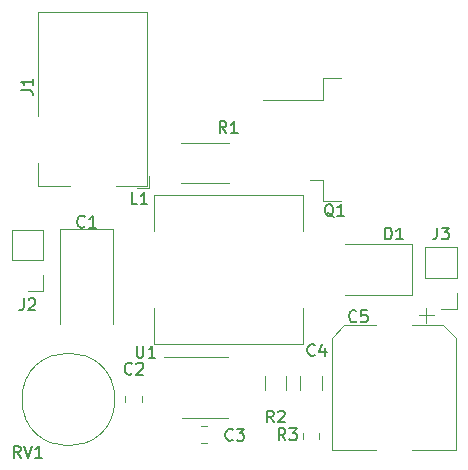
<source format=gbr>
%TF.GenerationSoftware,KiCad,Pcbnew,(5.1.5-131-g305ed0b65)-1*%
%TF.CreationDate,2020-04-20T23:46:23+08:00*%
%TF.ProjectId,NixieController,4e697869-6543-46f6-9e74-726f6c6c6572,rev?*%
%TF.SameCoordinates,Original*%
%TF.FileFunction,Legend,Top*%
%TF.FilePolarity,Positive*%
%FSLAX46Y46*%
G04 Gerber Fmt 4.6, Leading zero omitted, Abs format (unit mm)*
G04 Created by KiCad (PCBNEW (5.1.5-131-g305ed0b65)-1) date 2020-04-20 23:46:23*
%MOMM*%
%LPD*%
G01*
G04 APERTURE LIST*
%ADD10C,0.120000*%
%ADD11C,0.150000*%
G04 APERTURE END LIST*
D10*
%TO.C,C1*%
X68740000Y-56590000D02*
X68740000Y-64650000D01*
X73260000Y-56590000D02*
X68740000Y-56590000D01*
X73260000Y-64650000D02*
X73260000Y-56590000D01*
%TO.C,C2*%
X75710000Y-70741422D02*
X75710000Y-71258578D01*
X74290000Y-70741422D02*
X74290000Y-71258578D01*
%TO.C,C3*%
X81196078Y-73290000D02*
X80678922Y-73290000D01*
X81196078Y-74710000D02*
X80678922Y-74710000D01*
%TO.C,C4*%
X89090000Y-68997936D02*
X89090000Y-70202064D01*
X90910000Y-68997936D02*
X90910000Y-70202064D01*
%TO.C,C5*%
X100385000Y-63875000D02*
X99135000Y-63875000D01*
X99760000Y-63250000D02*
X99760000Y-64500000D01*
X92804437Y-64740000D02*
X91740000Y-65804437D01*
X101195563Y-64740000D02*
X102260000Y-65804437D01*
X101195563Y-64740000D02*
X98510000Y-64740000D01*
X92804437Y-64740000D02*
X95490000Y-64740000D01*
X91740000Y-65804437D02*
X91740000Y-75260000D01*
X102260000Y-65804437D02*
X102260000Y-75260000D01*
X102260000Y-75260000D02*
X98510000Y-75260000D01*
X91740000Y-75260000D02*
X95490000Y-75260000D01*
%TO.C,D1*%
X98550000Y-62150000D02*
X92850000Y-62150000D01*
X98550000Y-57850000D02*
X92850000Y-57850000D01*
X98550000Y-62150000D02*
X98550000Y-57850000D01*
%TO.C,J1*%
X76100000Y-52900000D02*
X73500000Y-52900000D01*
X76100000Y-38200000D02*
X76100000Y-52900000D01*
X66900000Y-52900000D02*
X66900000Y-51000000D01*
X69600000Y-52900000D02*
X66900000Y-52900000D01*
X66900000Y-38200000D02*
X76100000Y-38200000D01*
X66900000Y-47000000D02*
X66900000Y-38200000D01*
X76300000Y-52050000D02*
X76300000Y-53100000D01*
X75250000Y-53100000D02*
X76300000Y-53100000D01*
%TO.C,J2*%
X67330000Y-61830000D02*
X66000000Y-61830000D01*
X67330000Y-60500000D02*
X67330000Y-61830000D01*
X67330000Y-59230000D02*
X64670000Y-59230000D01*
X64670000Y-59230000D02*
X64670000Y-56630000D01*
X67330000Y-59230000D02*
X67330000Y-56630000D01*
X67330000Y-56630000D02*
X64670000Y-56630000D01*
%TO.C,J3*%
X102330000Y-58130000D02*
X99670000Y-58130000D01*
X102330000Y-60730000D02*
X102330000Y-58130000D01*
X99670000Y-60730000D02*
X99670000Y-58130000D01*
X102330000Y-60730000D02*
X99670000Y-60730000D01*
X102330000Y-62000000D02*
X102330000Y-63330000D01*
X102330000Y-63330000D02*
X101000000Y-63330000D01*
%TO.C,L1*%
X89300000Y-53700000D02*
X89300000Y-56700000D01*
X76700000Y-53700000D02*
X89300000Y-53700000D01*
X76700000Y-56700000D02*
X76700000Y-53700000D01*
X76700000Y-66300000D02*
X76700000Y-63300000D01*
X89300000Y-66300000D02*
X76700000Y-66300000D01*
X89300000Y-63300000D02*
X89300000Y-66300000D01*
%TO.C,Q1*%
X91050000Y-52390000D02*
X89950000Y-52390000D01*
X91050000Y-54200000D02*
X91050000Y-52390000D01*
X92550000Y-54200000D02*
X91050000Y-54200000D01*
X91050000Y-45610000D02*
X85925000Y-45610000D01*
X91050000Y-43800000D02*
X91050000Y-45610000D01*
X92550000Y-43800000D02*
X91050000Y-43800000D01*
%TO.C,R1*%
X83052064Y-49290000D02*
X78947936Y-49290000D01*
X83052064Y-52710000D02*
X78947936Y-52710000D01*
%TO.C,R2*%
X86090000Y-68997936D02*
X86090000Y-70202064D01*
X87910000Y-68997936D02*
X87910000Y-70202064D01*
%TO.C,R3*%
X89290000Y-73803922D02*
X89290000Y-74321078D01*
X90710000Y-73803922D02*
X90710000Y-74321078D01*
%TO.C,U1*%
X81000000Y-67440000D02*
X77550000Y-67440000D01*
X81000000Y-67440000D02*
X82950000Y-67440000D01*
X81000000Y-72560000D02*
X79050000Y-72560000D01*
X81000000Y-72560000D02*
X82950000Y-72560000D01*
%TO.C,RV1*%
X73390000Y-71000000D02*
G75*
G03*
X73390000Y-71000000I-3930000J0D01*
G01*
%TO.C,C1*%
D11*
X70833333Y-56357142D02*
X70785714Y-56404761D01*
X70642857Y-56452380D01*
X70547619Y-56452380D01*
X70404761Y-56404761D01*
X70309523Y-56309523D01*
X70261904Y-56214285D01*
X70214285Y-56023809D01*
X70214285Y-55880952D01*
X70261904Y-55690476D01*
X70309523Y-55595238D01*
X70404761Y-55500000D01*
X70547619Y-55452380D01*
X70642857Y-55452380D01*
X70785714Y-55500000D01*
X70833333Y-55547619D01*
X71785714Y-56452380D02*
X71214285Y-56452380D01*
X71500000Y-56452380D02*
X71500000Y-55452380D01*
X71404761Y-55595238D01*
X71309523Y-55690476D01*
X71214285Y-55738095D01*
%TO.C,C2*%
X74833333Y-68794642D02*
X74785714Y-68842261D01*
X74642857Y-68889880D01*
X74547619Y-68889880D01*
X74404761Y-68842261D01*
X74309523Y-68747023D01*
X74261904Y-68651785D01*
X74214285Y-68461309D01*
X74214285Y-68318452D01*
X74261904Y-68127976D01*
X74309523Y-68032738D01*
X74404761Y-67937500D01*
X74547619Y-67889880D01*
X74642857Y-67889880D01*
X74785714Y-67937500D01*
X74833333Y-67985119D01*
X75214285Y-67985119D02*
X75261904Y-67937500D01*
X75357142Y-67889880D01*
X75595238Y-67889880D01*
X75690476Y-67937500D01*
X75738095Y-67985119D01*
X75785714Y-68080357D01*
X75785714Y-68175595D01*
X75738095Y-68318452D01*
X75166666Y-68889880D01*
X75785714Y-68889880D01*
%TO.C,C3*%
X83367777Y-74398834D02*
X83320158Y-74446453D01*
X83177301Y-74494072D01*
X83082063Y-74494072D01*
X82939205Y-74446453D01*
X82843967Y-74351215D01*
X82796348Y-74255977D01*
X82748729Y-74065501D01*
X82748729Y-73922644D01*
X82796348Y-73732168D01*
X82843967Y-73636930D01*
X82939205Y-73541692D01*
X83082063Y-73494072D01*
X83177301Y-73494072D01*
X83320158Y-73541692D01*
X83367777Y-73589311D01*
X83701110Y-73494072D02*
X84320158Y-73494072D01*
X83986824Y-73875025D01*
X84129682Y-73875025D01*
X84224920Y-73922644D01*
X84272539Y-73970263D01*
X84320158Y-74065501D01*
X84320158Y-74303596D01*
X84272539Y-74398834D01*
X84224920Y-74446453D01*
X84129682Y-74494072D01*
X83843967Y-74494072D01*
X83748729Y-74446453D01*
X83701110Y-74398834D01*
%TO.C,C4*%
X90316347Y-67223302D02*
X90268728Y-67270921D01*
X90125871Y-67318540D01*
X90030633Y-67318540D01*
X89887775Y-67270921D01*
X89792537Y-67175683D01*
X89744918Y-67080445D01*
X89697299Y-66889969D01*
X89697299Y-66747112D01*
X89744918Y-66556636D01*
X89792537Y-66461398D01*
X89887775Y-66366160D01*
X90030633Y-66318540D01*
X90125871Y-66318540D01*
X90268728Y-66366160D01*
X90316347Y-66413779D01*
X91173490Y-66651874D02*
X91173490Y-67318540D01*
X90935394Y-66270921D02*
X90697299Y-66985207D01*
X91316347Y-66985207D01*
%TO.C,C5*%
X93833333Y-64357142D02*
X93785714Y-64404761D01*
X93642857Y-64452380D01*
X93547619Y-64452380D01*
X93404761Y-64404761D01*
X93309523Y-64309523D01*
X93261904Y-64214285D01*
X93214285Y-64023809D01*
X93214285Y-63880952D01*
X93261904Y-63690476D01*
X93309523Y-63595238D01*
X93404761Y-63500000D01*
X93547619Y-63452380D01*
X93642857Y-63452380D01*
X93785714Y-63500000D01*
X93833333Y-63547619D01*
X94738095Y-63452380D02*
X94261904Y-63452380D01*
X94214285Y-63928571D01*
X94261904Y-63880952D01*
X94357142Y-63833333D01*
X94595238Y-63833333D01*
X94690476Y-63880952D01*
X94738095Y-63928571D01*
X94785714Y-64023809D01*
X94785714Y-64261904D01*
X94738095Y-64357142D01*
X94690476Y-64404761D01*
X94595238Y-64452380D01*
X94357142Y-64452380D01*
X94261904Y-64404761D01*
X94214285Y-64357142D01*
%TO.C,D1*%
X96261904Y-57452380D02*
X96261904Y-56452380D01*
X96500000Y-56452380D01*
X96642857Y-56500000D01*
X96738095Y-56595238D01*
X96785714Y-56690476D01*
X96833333Y-56880952D01*
X96833333Y-57023809D01*
X96785714Y-57214285D01*
X96738095Y-57309523D01*
X96642857Y-57404761D01*
X96500000Y-57452380D01*
X96261904Y-57452380D01*
X97785714Y-57452380D02*
X97214285Y-57452380D01*
X97500000Y-57452380D02*
X97500000Y-56452380D01*
X97404761Y-56595238D01*
X97309523Y-56690476D01*
X97214285Y-56738095D01*
%TO.C,J1*%
X65452380Y-44833333D02*
X66166666Y-44833333D01*
X66309523Y-44880952D01*
X66404761Y-44976190D01*
X66452380Y-45119047D01*
X66452380Y-45214285D01*
X66452380Y-43833333D02*
X66452380Y-44404761D01*
X66452380Y-44119047D02*
X65452380Y-44119047D01*
X65595238Y-44214285D01*
X65690476Y-44309523D01*
X65738095Y-44404761D01*
%TO.C,J2*%
X65666666Y-62452380D02*
X65666666Y-63166666D01*
X65619047Y-63309523D01*
X65523809Y-63404761D01*
X65380952Y-63452380D01*
X65285714Y-63452380D01*
X66095238Y-62547619D02*
X66142857Y-62500000D01*
X66238095Y-62452380D01*
X66476190Y-62452380D01*
X66571428Y-62500000D01*
X66619047Y-62547619D01*
X66666666Y-62642857D01*
X66666666Y-62738095D01*
X66619047Y-62880952D01*
X66047619Y-63452380D01*
X66666666Y-63452380D01*
%TO.C,J3*%
X100666666Y-56452380D02*
X100666666Y-57166666D01*
X100619047Y-57309523D01*
X100523809Y-57404761D01*
X100380952Y-57452380D01*
X100285714Y-57452380D01*
X101047619Y-56452380D02*
X101666666Y-56452380D01*
X101333333Y-56833333D01*
X101476190Y-56833333D01*
X101571428Y-56880952D01*
X101619047Y-56928571D01*
X101666666Y-57023809D01*
X101666666Y-57261904D01*
X101619047Y-57357142D01*
X101571428Y-57404761D01*
X101476190Y-57452380D01*
X101190476Y-57452380D01*
X101095238Y-57404761D01*
X101047619Y-57357142D01*
%TO.C,L1*%
X75295012Y-54452380D02*
X74818821Y-54452380D01*
X74818821Y-53452380D01*
X76152155Y-54452380D02*
X75580726Y-54452380D01*
X75866440Y-54452380D02*
X75866440Y-53452380D01*
X75771202Y-53595238D01*
X75675964Y-53690476D01*
X75580726Y-53738095D01*
%TO.C,Q1*%
X91904761Y-55547619D02*
X91809523Y-55500000D01*
X91714285Y-55404761D01*
X91571428Y-55261904D01*
X91476190Y-55214285D01*
X91380952Y-55214285D01*
X91428571Y-55452380D02*
X91333333Y-55404761D01*
X91238095Y-55309523D01*
X91190476Y-55119047D01*
X91190476Y-54785714D01*
X91238095Y-54595238D01*
X91333333Y-54500000D01*
X91428571Y-54452380D01*
X91619047Y-54452380D01*
X91714285Y-54500000D01*
X91809523Y-54595238D01*
X91857142Y-54785714D01*
X91857142Y-55119047D01*
X91809523Y-55309523D01*
X91714285Y-55404761D01*
X91619047Y-55452380D01*
X91428571Y-55452380D01*
X92809523Y-55452380D02*
X92238095Y-55452380D01*
X92523809Y-55452380D02*
X92523809Y-54452380D01*
X92428571Y-54595238D01*
X92333333Y-54690476D01*
X92238095Y-54738095D01*
%TO.C,R1*%
X82833333Y-48452380D02*
X82500000Y-47976190D01*
X82261904Y-48452380D02*
X82261904Y-47452380D01*
X82642857Y-47452380D01*
X82738095Y-47500000D01*
X82785714Y-47547619D01*
X82833333Y-47642857D01*
X82833333Y-47785714D01*
X82785714Y-47880952D01*
X82738095Y-47928571D01*
X82642857Y-47976190D01*
X82261904Y-47976190D01*
X83785714Y-48452380D02*
X83214285Y-48452380D01*
X83500000Y-48452380D02*
X83500000Y-47452380D01*
X83404761Y-47595238D01*
X83309523Y-47690476D01*
X83214285Y-47738095D01*
%TO.C,R2*%
X86842062Y-72940247D02*
X86508729Y-72464057D01*
X86270633Y-72940247D02*
X86270633Y-71940247D01*
X86651586Y-71940247D01*
X86746824Y-71987867D01*
X86794443Y-72035486D01*
X86842062Y-72130724D01*
X86842062Y-72273581D01*
X86794443Y-72368819D01*
X86746824Y-72416438D01*
X86651586Y-72464057D01*
X86270633Y-72464057D01*
X87223014Y-72035486D02*
X87270633Y-71987867D01*
X87365871Y-71940247D01*
X87603967Y-71940247D01*
X87699205Y-71987867D01*
X87746824Y-72035486D01*
X87794443Y-72130724D01*
X87794443Y-72225962D01*
X87746824Y-72368819D01*
X87175395Y-72940247D01*
X87794443Y-72940247D01*
%TO.C,R3*%
X87833333Y-74452380D02*
X87500000Y-73976190D01*
X87261904Y-74452380D02*
X87261904Y-73452380D01*
X87642857Y-73452380D01*
X87738095Y-73500000D01*
X87785714Y-73547619D01*
X87833333Y-73642857D01*
X87833333Y-73785714D01*
X87785714Y-73880952D01*
X87738095Y-73928571D01*
X87642857Y-73976190D01*
X87261904Y-73976190D01*
X88166666Y-73452380D02*
X88785714Y-73452380D01*
X88452380Y-73833333D01*
X88595238Y-73833333D01*
X88690476Y-73880952D01*
X88738095Y-73928571D01*
X88785714Y-74023809D01*
X88785714Y-74261904D01*
X88738095Y-74357142D01*
X88690476Y-74404761D01*
X88595238Y-74452380D01*
X88309523Y-74452380D01*
X88214285Y-74404761D01*
X88166666Y-74357142D01*
%TO.C,U1*%
X75238095Y-66452380D02*
X75238095Y-67261904D01*
X75285714Y-67357142D01*
X75333333Y-67404761D01*
X75428571Y-67452380D01*
X75619047Y-67452380D01*
X75714285Y-67404761D01*
X75761904Y-67357142D01*
X75809523Y-67261904D01*
X75809523Y-66452380D01*
X76809523Y-67452380D02*
X76238095Y-67452380D01*
X76523809Y-67452380D02*
X76523809Y-66452380D01*
X76428571Y-66595238D01*
X76333333Y-66690476D01*
X76238095Y-66738095D01*
%TO.C,RV1*%
X65404761Y-75952380D02*
X65071428Y-75476190D01*
X64833333Y-75952380D02*
X64833333Y-74952380D01*
X65214285Y-74952380D01*
X65309523Y-75000000D01*
X65357142Y-75047619D01*
X65404761Y-75142857D01*
X65404761Y-75285714D01*
X65357142Y-75380952D01*
X65309523Y-75428571D01*
X65214285Y-75476190D01*
X64833333Y-75476190D01*
X65690476Y-74952380D02*
X66023809Y-75952380D01*
X66357142Y-74952380D01*
X67214285Y-75952380D02*
X66642857Y-75952380D01*
X66928571Y-75952380D02*
X66928571Y-74952380D01*
X66833333Y-75095238D01*
X66738095Y-75190476D01*
X66642857Y-75238095D01*
%TD*%
M02*

</source>
